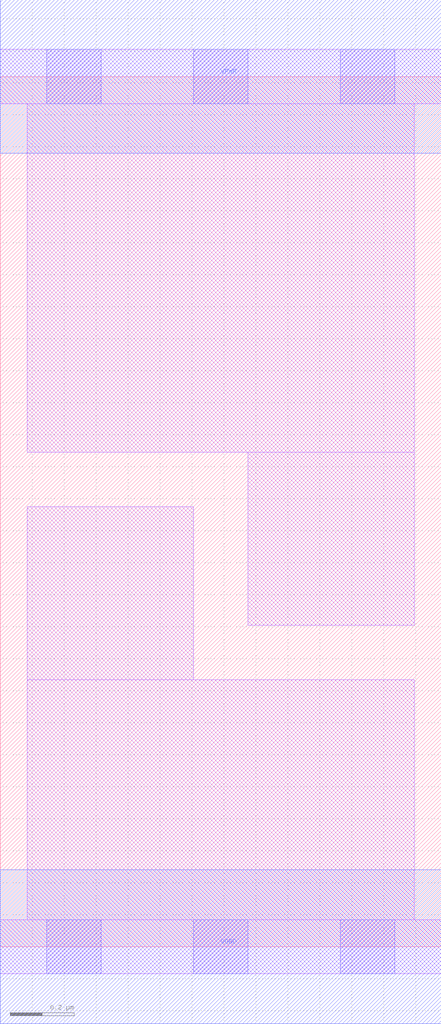
<source format=lef>
# Copyright 2020 The SkyWater PDK Authors
#
# Licensed under the Apache License, Version 2.0 (the "License");
# you may not use this file except in compliance with the License.
# You may obtain a copy of the License at
#
#     https://www.apache.org/licenses/LICENSE-2.0
#
# Unless required by applicable law or agreed to in writing, software
# distributed under the License is distributed on an "AS IS" BASIS,
# WITHOUT WARRANTIES OR CONDITIONS OF ANY KIND, either express or implied.
# See the License for the specific language governing permissions and
# limitations under the License.
#
# SPDX-License-Identifier: Apache-2.0

VERSION 5.7 ;
  NAMESCASESENSITIVE ON ;
  NOWIREEXTENSIONATPIN ON ;
  DIVIDERCHAR "/" ;
  BUSBITCHARS "[]" ;
UNITS
  DATABASE MICRONS 200 ;
END UNITS
PROPERTYDEFINITIONS
  MACRO maskLayoutSubType STRING ;
  MACRO prCellType STRING ;
  MACRO originalViewName STRING ;
END PROPERTYDEFINITIONS
MACRO sky130_fd_sc_hdll__decap_3
  CLASS CORE ;
  FOREIGN sky130_fd_sc_hdll__decap_3 ;
  ORIGIN  0.000000  0.000000 ;
  SIZE  1.380000 BY  2.720000 ;
  SYMMETRY X Y R90 ;
  SITE unithd ;
  PIN VGND
    ANTENNADIFFAREA  0.286000 ;
    ANTENNAGATEAREA  0.513300 ;
    DIRECTION INOUT ;
    USE SIGNAL ;
    PORT
      LAYER met1 ;
        RECT 0.000000 -0.240000 1.380000 0.240000 ;
    END
  END VGND
  PIN VPWR
    ANTENNADIFFAREA  0.452400 ;
    ANTENNAGATEAREA  0.324500 ;
    DIRECTION INOUT ;
    USE SIGNAL ;
    PORT
      LAYER met1 ;
        RECT 0.000000 2.480000 1.380000 2.960000 ;
    END
  END VPWR
  OBS
    LAYER li1 ;
      RECT 0.000000 -0.085000 1.380000 0.085000 ;
      RECT 0.000000  2.635000 1.380000 2.805000 ;
      RECT 0.085000  0.085000 1.295000 0.835000 ;
      RECT 0.085000  0.835000 0.605000 1.375000 ;
      RECT 0.085000  1.545000 1.295000 2.635000 ;
      RECT 0.775000  1.005000 1.295000 1.545000 ;
    LAYER mcon ;
      RECT 0.145000 -0.085000 0.315000 0.085000 ;
      RECT 0.145000  2.635000 0.315000 2.805000 ;
      RECT 0.605000 -0.085000 0.775000 0.085000 ;
      RECT 0.605000  2.635000 0.775000 2.805000 ;
      RECT 1.065000 -0.085000 1.235000 0.085000 ;
      RECT 1.065000  2.635000 1.235000 2.805000 ;
  END
  PROPERTY maskLayoutSubType "abstract" ;
  PROPERTY prCellType "standard" ;
  PROPERTY originalViewName "layout" ;
END sky130_fd_sc_hdll__decap_3
END LIBRARY

</source>
